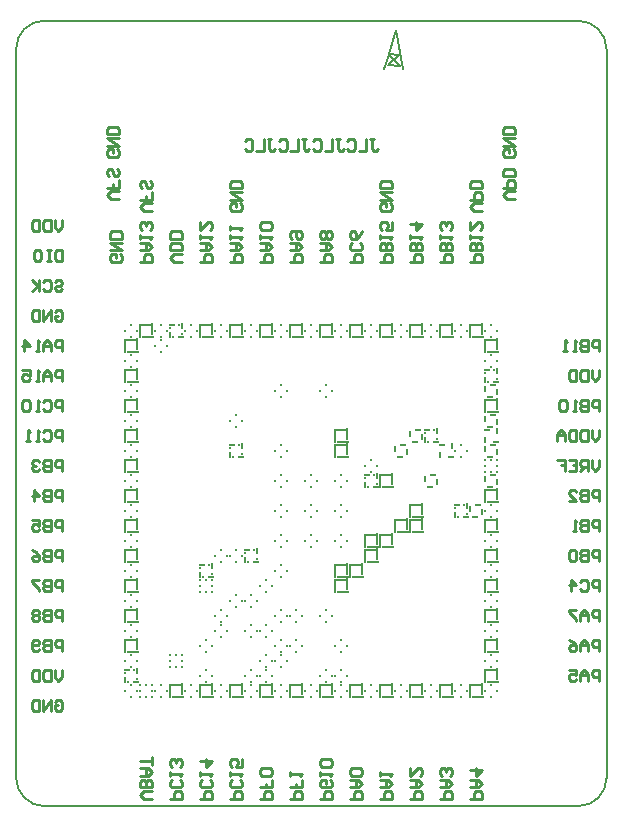
<source format=gbo>
G04*
G04 #@! TF.GenerationSoftware,Altium Limited,Altium Designer,23.3.1 (30)*
G04*
G04 Layer_Color=32896*
%FSLAX25Y25*%
%MOIN*%
G70*
G04*
G04 #@! TF.SameCoordinates,D048E5A0-3BFD-467D-8461-715AC76033F9*
G04*
G04*
G04 #@! TF.FilePolarity,Positive*
G04*
G01*
G75*
%ADD12C,0.00787*%
%ADD15C,0.00800*%
%ADD20C,0.01000*%
%ADD124R,0.01000X0.01000*%
%ADD125R,0.02000X0.01000*%
%ADD126R,0.01000X0.02000*%
%ADD127R,0.04000X0.01000*%
%ADD128R,0.01000X0.04000*%
D12*
X188976Y1575D02*
G03*
X198425Y11024I0J9449D01*
G01*
Y253937D02*
G03*
X188976Y263386I-9449J0D01*
G01*
X11024D02*
G03*
X1575Y253937I0J-9449D01*
G01*
Y11024D02*
G03*
X11024Y1575I9449J0D01*
G01*
X1575Y11024D02*
Y253937D01*
X11024Y263386D02*
X188976D01*
X198425Y11024D02*
Y253937D01*
X11024Y1575D02*
X188976D01*
D15*
X125800Y252400D02*
X128100Y260400D01*
X125800Y252400D02*
X129100Y252100D01*
X126000Y251800D02*
X129500Y248200D01*
X124100Y247400D02*
X126000Y251800D01*
X125500Y248500D02*
X129100Y252100D01*
X125500Y248500D02*
X129500Y248200D01*
X128100Y260400D02*
X130600Y247400D01*
D20*
X17000Y83201D02*
Y87000D01*
X15101D01*
X14468Y86367D01*
Y85101D01*
X15101Y84468D01*
X17000D01*
X13201Y87000D02*
Y83201D01*
X11302D01*
X10669Y83834D01*
Y84468D01*
X11302Y85101D01*
X13201D01*
X11302D01*
X10669Y85734D01*
Y86367D01*
X11302Y87000D01*
X13201D01*
X6870D02*
X8136Y86367D01*
X9403Y85101D01*
Y83834D01*
X8769Y83201D01*
X7503D01*
X6870Y83834D01*
Y84468D01*
X7503Y85101D01*
X9403D01*
X119627Y223799D02*
X120893D01*
X120260D01*
Y220633D01*
X120893Y220000D01*
X121526D01*
X122160Y220633D01*
X118361Y223799D02*
Y220000D01*
X115828D01*
X112029Y223166D02*
X112663Y223799D01*
X113929D01*
X114562Y223166D01*
Y220633D01*
X113929Y220000D01*
X112663D01*
X112029Y220633D01*
X108231Y223799D02*
X109497D01*
X108864D01*
Y220633D01*
X109497Y220000D01*
X110130D01*
X110763Y220633D01*
X106964Y223799D02*
Y220000D01*
X104432D01*
X100633Y223166D02*
X101266Y223799D01*
X102532D01*
X103166Y223166D01*
Y220633D01*
X102532Y220000D01*
X101266D01*
X100633Y220633D01*
X96834Y223799D02*
X98101D01*
X97467D01*
Y220633D01*
X98101Y220000D01*
X98734D01*
X99367Y220633D01*
X95568Y223799D02*
Y220000D01*
X93036D01*
X89237Y223166D02*
X89870Y223799D01*
X91136D01*
X91769Y223166D01*
Y220633D01*
X91136Y220000D01*
X89870D01*
X89237Y220633D01*
X85438Y223799D02*
X86704D01*
X86071D01*
Y220633D01*
X86704Y220000D01*
X87337D01*
X87971Y220633D01*
X84172Y223799D02*
Y220000D01*
X81639D01*
X77841Y223166D02*
X78474Y223799D01*
X79740D01*
X80373Y223166D01*
Y220633D01*
X79740Y220000D01*
X78474D01*
X77841Y220633D01*
X17000Y143201D02*
Y147000D01*
X15101D01*
X14468Y146367D01*
Y145101D01*
X15101Y144467D01*
X17000D01*
X13201Y143201D02*
Y145734D01*
X11935Y147000D01*
X10669Y145734D01*
Y143201D01*
Y145101D01*
X13201D01*
X9403Y143201D02*
X8136D01*
X8769D01*
Y147000D01*
X9403Y146367D01*
X3704Y147000D02*
X6237D01*
Y145101D01*
X4971Y145734D01*
X4337D01*
X3704Y145101D01*
Y143834D01*
X4337Y143201D01*
X5604D01*
X6237Y143834D01*
X126166Y202467D02*
X126799Y201834D01*
Y200568D01*
X126166Y199935D01*
X123633D01*
X123000Y200568D01*
Y201834D01*
X123633Y202467D01*
X124899D01*
Y201201D01*
X123000Y203734D02*
X126799D01*
X123000Y206266D01*
X126799D01*
Y207533D02*
X123000D01*
Y209432D01*
X123633Y210065D01*
X126166D01*
X126799Y209432D01*
Y207533D01*
X73000Y183000D02*
X76799D01*
Y184899D01*
X76166Y185532D01*
X74899D01*
X74266Y184899D01*
Y183000D01*
X73000Y186799D02*
X75533D01*
X76799Y188065D01*
X75533Y189331D01*
X73000D01*
X74899D01*
Y186799D01*
X73000Y190597D02*
Y191864D01*
Y191231D01*
X76799D01*
X76166Y190597D01*
X73000Y193763D02*
Y195029D01*
Y194396D01*
X76799D01*
X76166Y193763D01*
X196000Y153201D02*
Y157000D01*
X194101D01*
X193467Y156367D01*
Y155101D01*
X194101Y154467D01*
X196000D01*
X192201Y157000D02*
Y153201D01*
X190302D01*
X189669Y153834D01*
Y154467D01*
X190302Y155101D01*
X192201D01*
X190302D01*
X189669Y155734D01*
Y156367D01*
X190302Y157000D01*
X192201D01*
X188402Y153201D02*
X187136D01*
X187769D01*
Y157000D01*
X188402Y156367D01*
X185237Y153201D02*
X183971D01*
X184604D01*
Y157000D01*
X185237Y156367D01*
X153000Y183000D02*
X156799D01*
Y184899D01*
X156166Y185532D01*
X154899D01*
X154266Y184899D01*
Y183000D01*
X156799Y186799D02*
X153000D01*
Y188698D01*
X153633Y189331D01*
X154266D01*
X154899Y188698D01*
Y186799D01*
Y188698D01*
X155533Y189331D01*
X156166D01*
X156799Y188698D01*
Y186799D01*
X153000Y190598D02*
Y191864D01*
Y191231D01*
X156799D01*
X156166Y190598D01*
X153000Y196296D02*
Y193763D01*
X155533Y196296D01*
X156166D01*
X156799Y195663D01*
Y194396D01*
X156166Y193763D01*
X123016Y4000D02*
X126815D01*
Y5899D01*
X126182Y6532D01*
X124915D01*
X124282Y5899D01*
Y4000D01*
X123016Y7799D02*
X125549D01*
X126815Y9065D01*
X125549Y10331D01*
X123016D01*
X124915D01*
Y7799D01*
X123016Y11597D02*
Y12864D01*
Y12231D01*
X126815D01*
X126182Y11597D01*
X73016Y4000D02*
X76815D01*
Y5899D01*
X76182Y6532D01*
X74915D01*
X74282Y5899D01*
Y4000D01*
X76182Y10331D02*
X76815Y9698D01*
Y8432D01*
X76182Y7799D01*
X73649D01*
X73016Y8432D01*
Y9698D01*
X73649Y10331D01*
X73016Y11597D02*
Y12864D01*
Y12231D01*
X76815D01*
X76182Y11597D01*
X76815Y17296D02*
Y14763D01*
X74915D01*
X75548Y16029D01*
Y16663D01*
X74915Y17296D01*
X73649D01*
X73016Y16663D01*
Y15396D01*
X73649Y14763D01*
X153000Y4000D02*
X156799D01*
Y5899D01*
X156166Y6532D01*
X154899D01*
X154266Y5899D01*
Y4000D01*
X153000Y7799D02*
X155533D01*
X156799Y9065D01*
X155533Y10331D01*
X153000D01*
X154899D01*
Y7799D01*
X153000Y13497D02*
X156799D01*
X154899Y11597D01*
Y14130D01*
X103000Y183000D02*
X106799D01*
Y184899D01*
X106166Y185532D01*
X104899D01*
X104266Y184899D01*
Y183000D01*
X103000Y186799D02*
X105533D01*
X106799Y188065D01*
X105533Y189331D01*
X103000D01*
X104899D01*
Y186799D01*
X106166Y190598D02*
X106799Y191231D01*
Y192497D01*
X106166Y193130D01*
X105533D01*
X104899Y192497D01*
X104266Y193130D01*
X103633D01*
X103000Y192497D01*
Y191231D01*
X103633Y190598D01*
X104266D01*
X104899Y191231D01*
X105533Y190598D01*
X106166D01*
X104899Y191231D02*
Y192497D01*
X103016Y4000D02*
X106815D01*
Y5899D01*
X106182Y6532D01*
X104915D01*
X104282Y5899D01*
Y4000D01*
X106182Y10331D02*
X106815Y9698D01*
Y8432D01*
X106182Y7799D01*
X103649D01*
X103016Y8432D01*
Y9698D01*
X103649Y10331D01*
X104915D01*
Y9065D01*
X103016Y11597D02*
Y12864D01*
Y12231D01*
X106815D01*
X106182Y11597D01*
Y14763D02*
X106815Y15396D01*
Y16663D01*
X106182Y17296D01*
X103649D01*
X103016Y16663D01*
Y15396D01*
X103649Y14763D01*
X106182D01*
X143000Y183000D02*
X146799D01*
Y184899D01*
X146166Y185532D01*
X144899D01*
X144266Y184899D01*
Y183000D01*
X146799Y186799D02*
X143000D01*
Y188698D01*
X143633Y189331D01*
X144266D01*
X144899Y188698D01*
Y186799D01*
Y188698D01*
X145533Y189331D01*
X146166D01*
X146799Y188698D01*
Y186799D01*
X143000Y190598D02*
Y191864D01*
Y191231D01*
X146799D01*
X146166Y190598D01*
Y193763D02*
X146799Y194396D01*
Y195663D01*
X146166Y196296D01*
X145533D01*
X144899Y195663D01*
Y195029D01*
Y195663D01*
X144266Y196296D01*
X143633D01*
X143000Y195663D01*
Y194396D01*
X143633Y193763D01*
X196000Y147000D02*
Y144467D01*
X194734Y143201D01*
X193467Y144467D01*
Y147000D01*
X192201D02*
Y143201D01*
X190302D01*
X189669Y143834D01*
Y146367D01*
X190302Y147000D01*
X192201D01*
X188402D02*
Y143201D01*
X186503D01*
X185870Y143834D01*
Y146367D01*
X186503Y147000D01*
X188402D01*
X17000Y93201D02*
Y97000D01*
X15101D01*
X14468Y96367D01*
Y95101D01*
X15101Y94468D01*
X17000D01*
X13201Y97000D02*
Y93201D01*
X11302D01*
X10669Y93834D01*
Y94468D01*
X11302Y95101D01*
X13201D01*
X11302D01*
X10669Y95734D01*
Y96367D01*
X11302Y97000D01*
X13201D01*
X6870D02*
X9403D01*
Y95101D01*
X8136Y95734D01*
X7503D01*
X6870Y95101D01*
Y93834D01*
X7503Y93201D01*
X8769D01*
X9403Y93834D01*
X56815Y183000D02*
X54282D01*
X53016Y184266D01*
X54282Y185532D01*
X56815D01*
Y186799D02*
X53016D01*
Y188698D01*
X53649Y189331D01*
X56182D01*
X56815Y188698D01*
Y186799D01*
Y190598D02*
X53016D01*
Y192497D01*
X53649Y193130D01*
X56182D01*
X56815Y192497D01*
Y190598D01*
X63016Y4000D02*
X66815D01*
Y5899D01*
X66182Y6532D01*
X64915D01*
X64282Y5899D01*
Y4000D01*
X66182Y10331D02*
X66815Y9698D01*
Y8432D01*
X66182Y7799D01*
X63649D01*
X63016Y8432D01*
Y9698D01*
X63649Y10331D01*
X63016Y11597D02*
Y12864D01*
Y12231D01*
X66815D01*
X66182Y11597D01*
X63016Y16663D02*
X66815D01*
X64915Y14763D01*
Y17296D01*
X133000Y183000D02*
X136799D01*
Y184899D01*
X136166Y185532D01*
X134899D01*
X134266Y184899D01*
Y183000D01*
X136799Y186799D02*
X133000D01*
Y188698D01*
X133633Y189331D01*
X134266D01*
X134899Y188698D01*
Y186799D01*
Y188698D01*
X135532Y189331D01*
X136166D01*
X136799Y188698D01*
Y186799D01*
X133000Y190598D02*
Y191864D01*
Y191231D01*
X136799D01*
X136166Y190598D01*
X133000Y195663D02*
X136799D01*
X134899Y193763D01*
Y196296D01*
X17000Y73201D02*
Y77000D01*
X15101D01*
X14468Y76367D01*
Y75101D01*
X15101Y74467D01*
X17000D01*
X13201Y77000D02*
Y73201D01*
X11302D01*
X10669Y73834D01*
Y74467D01*
X11302Y75101D01*
X13201D01*
X11302D01*
X10669Y75734D01*
Y76367D01*
X11302Y77000D01*
X13201D01*
X9403D02*
X6870D01*
Y76367D01*
X9403Y73834D01*
Y73201D01*
X196000Y53217D02*
Y57016D01*
X194101D01*
X193467Y56383D01*
Y55117D01*
X194101Y54483D01*
X196000D01*
X192201Y53217D02*
Y55750D01*
X190935Y57016D01*
X189669Y55750D01*
Y53217D01*
Y55117D01*
X192201D01*
X185870Y57016D02*
X187136Y56383D01*
X188402Y55117D01*
Y53850D01*
X187769Y53217D01*
X186503D01*
X185870Y53850D01*
Y54483D01*
X186503Y55117D01*
X188402D01*
X17000Y113201D02*
Y117000D01*
X15101D01*
X14468Y116367D01*
Y115101D01*
X15101Y114468D01*
X17000D01*
X13201Y117000D02*
Y113201D01*
X11302D01*
X10669Y113834D01*
Y114468D01*
X11302Y115101D01*
X13201D01*
X11302D01*
X10669Y115734D01*
Y116367D01*
X11302Y117000D01*
X13201D01*
X9403Y116367D02*
X8769Y117000D01*
X7503D01*
X6870Y116367D01*
Y115734D01*
X7503Y115101D01*
X8136D01*
X7503D01*
X6870Y114468D01*
Y113834D01*
X7503Y113201D01*
X8769D01*
X9403Y113834D01*
X43016Y183000D02*
X46815D01*
Y184899D01*
X46182Y185532D01*
X44915D01*
X44282Y184899D01*
Y183000D01*
X43016Y186799D02*
X45548D01*
X46815Y188065D01*
X45548Y189331D01*
X43016D01*
X44915D01*
Y186799D01*
X43016Y190598D02*
Y191864D01*
Y191231D01*
X46815D01*
X46182Y190598D01*
Y193763D02*
X46815Y194396D01*
Y195663D01*
X46182Y196296D01*
X45548D01*
X44915Y195663D01*
Y195029D01*
Y195663D01*
X44282Y196296D01*
X43649D01*
X43016Y195663D01*
Y194396D01*
X43649Y193763D01*
X35166Y220467D02*
X35799Y219834D01*
Y218568D01*
X35166Y217935D01*
X32633D01*
X32000Y218568D01*
Y219834D01*
X32633Y220467D01*
X33899D01*
Y219201D01*
X32000Y221734D02*
X35799D01*
X32000Y224266D01*
X35799D01*
Y225533D02*
X32000D01*
Y227432D01*
X32633Y228065D01*
X35166D01*
X35799Y227432D01*
Y225533D01*
X133000Y4000D02*
X136799D01*
Y5899D01*
X136166Y6532D01*
X134899D01*
X134266Y5899D01*
Y4000D01*
X133000Y7799D02*
X135532D01*
X136799Y9065D01*
X135532Y10331D01*
X133000D01*
X134899D01*
Y7799D01*
X133000Y14130D02*
Y11597D01*
X135532Y14130D01*
X136166D01*
X136799Y13497D01*
Y12231D01*
X136166Y11597D01*
X14468Y176367D02*
X15101Y177000D01*
X16367D01*
X17000Y176367D01*
Y175734D01*
X16367Y175101D01*
X15101D01*
X14468Y174468D01*
Y173834D01*
X15101Y173201D01*
X16367D01*
X17000Y173834D01*
X10669Y176367D02*
X11302Y177000D01*
X12568D01*
X13201Y176367D01*
Y173834D01*
X12568Y173201D01*
X11302D01*
X10669Y173834D01*
X9403Y177000D02*
Y173201D01*
Y174468D01*
X6870Y177000D01*
X8769Y175101D01*
X6870Y173201D01*
X196000Y63217D02*
Y67016D01*
X194101D01*
X193467Y66383D01*
Y65117D01*
X194101Y64483D01*
X196000D01*
X192201Y63217D02*
Y65750D01*
X190935Y67016D01*
X189669Y65750D01*
Y63217D01*
Y65117D01*
X192201D01*
X188402Y67016D02*
X185870D01*
Y66383D01*
X188402Y63850D01*
Y63217D01*
X17000Y133201D02*
Y137000D01*
X15101D01*
X14468Y136367D01*
Y135101D01*
X15101Y134467D01*
X17000D01*
X10669Y136367D02*
X11302Y137000D01*
X12568D01*
X13201Y136367D01*
Y133834D01*
X12568Y133201D01*
X11302D01*
X10669Y133834D01*
X9403Y133201D02*
X8136D01*
X8769D01*
Y137000D01*
X9403Y136367D01*
X6237D02*
X5604Y137000D01*
X4337D01*
X3704Y136367D01*
Y133834D01*
X4337Y133201D01*
X5604D01*
X6237Y133834D01*
Y136367D01*
X53016Y4000D02*
X56815D01*
Y5899D01*
X56182Y6532D01*
X54915D01*
X54282Y5899D01*
Y4000D01*
X56182Y10331D02*
X56815Y9698D01*
Y8432D01*
X56182Y7799D01*
X53649D01*
X53016Y8432D01*
Y9698D01*
X53649Y10331D01*
X53016Y11597D02*
Y12864D01*
Y12231D01*
X56815D01*
X56182Y11597D01*
Y14763D02*
X56815Y15396D01*
Y16663D01*
X56182Y17296D01*
X55549D01*
X54915Y16663D01*
Y16029D01*
Y16663D01*
X54282Y17296D01*
X53649D01*
X53016Y16663D01*
Y15396D01*
X53649Y14763D01*
X35799Y203935D02*
X33266D01*
X32000Y205201D01*
X33266Y206468D01*
X35799D01*
Y210266D02*
Y207734D01*
X33899D01*
Y209000D01*
Y207734D01*
X32000D01*
X35166Y214065D02*
X35799Y213432D01*
Y212166D01*
X35166Y211532D01*
X34532D01*
X33899Y212166D01*
Y213432D01*
X33266Y214065D01*
X32633D01*
X32000Y213432D01*
Y212166D01*
X32633Y211532D01*
X14468Y166367D02*
X15101Y167000D01*
X16367D01*
X17000Y166367D01*
Y163834D01*
X16367Y163201D01*
X15101D01*
X14468Y163834D01*
Y165101D01*
X15734D01*
X13201Y163201D02*
Y167000D01*
X10669Y163201D01*
Y167000D01*
X9403D02*
Y163201D01*
X7503D01*
X6870Y163834D01*
Y166367D01*
X7503Y167000D01*
X9403D01*
X17000Y187000D02*
Y183201D01*
X15101D01*
X14468Y183834D01*
Y186367D01*
X15101Y187000D01*
X17000D01*
X13201D02*
X11935D01*
X12568D01*
Y183201D01*
X13201D01*
X11935D01*
X8136Y187000D02*
X9403D01*
X10036Y186367D01*
Y183834D01*
X9403Y183201D01*
X8136D01*
X7503Y183834D01*
Y186367D01*
X8136Y187000D01*
X17000Y153201D02*
Y157000D01*
X15101D01*
X14468Y156367D01*
Y155101D01*
X15101Y154467D01*
X17000D01*
X13201Y153201D02*
Y155734D01*
X11935Y157000D01*
X10669Y155734D01*
Y153201D01*
Y155101D01*
X13201D01*
X9403Y153201D02*
X8136D01*
X8769D01*
Y157000D01*
X9403Y156367D01*
X4337Y153201D02*
Y157000D01*
X6237Y155101D01*
X3704D01*
X196000Y83217D02*
Y87016D01*
X194101D01*
X193467Y86383D01*
Y85117D01*
X194101Y84483D01*
X196000D01*
X192201Y87016D02*
Y83217D01*
X190302D01*
X189669Y83850D01*
Y84483D01*
X190302Y85117D01*
X192201D01*
X190302D01*
X189669Y85750D01*
Y86383D01*
X190302Y87016D01*
X192201D01*
X188402Y86383D02*
X187769Y87016D01*
X186503D01*
X185870Y86383D01*
Y83850D01*
X186503Y83217D01*
X187769D01*
X188402Y83850D01*
Y86383D01*
X63016Y183000D02*
X66815D01*
Y184899D01*
X66182Y185532D01*
X64915D01*
X64282Y184899D01*
Y183000D01*
X63016Y186799D02*
X65548D01*
X66815Y188065D01*
X65548Y189331D01*
X63016D01*
X64915D01*
Y186799D01*
X63016Y190598D02*
Y191864D01*
Y191231D01*
X66815D01*
X66182Y190598D01*
X63016Y196296D02*
Y193763D01*
X65548Y196296D01*
X66182D01*
X66815Y195663D01*
Y194396D01*
X66182Y193763D01*
X196000Y127016D02*
Y124484D01*
X194734Y123217D01*
X193467Y124484D01*
Y127016D01*
X192201D02*
Y123217D01*
X190302D01*
X189669Y123850D01*
Y126383D01*
X190302Y127016D01*
X192201D01*
X188402D02*
Y123217D01*
X186503D01*
X185870Y123850D01*
Y126383D01*
X186503Y127016D01*
X188402D01*
X184604Y123217D02*
Y125750D01*
X183337Y127016D01*
X182071Y125750D01*
Y123217D01*
Y125117D01*
X184604D01*
X167799Y203935D02*
X165266D01*
X164000Y205201D01*
X165266Y206468D01*
X167799D01*
X164000Y207734D02*
X167799D01*
Y209633D01*
X167166Y210266D01*
X165899D01*
X165266Y209633D01*
Y207734D01*
X167799Y211532D02*
X164000D01*
Y213432D01*
X164633Y214065D01*
X167166D01*
X167799Y213432D01*
Y211532D01*
X156799Y199935D02*
X154266D01*
X153000Y201201D01*
X154266Y202467D01*
X156799D01*
X153000Y203734D02*
X156799D01*
Y205633D01*
X156166Y206266D01*
X154899D01*
X154266Y205633D01*
Y203734D01*
X156799Y207533D02*
X153000D01*
Y209432D01*
X153633Y210065D01*
X156166D01*
X156799Y209432D01*
Y207533D01*
X113000Y183000D02*
X116799D01*
Y184899D01*
X116166Y185532D01*
X114899D01*
X114266Y184899D01*
Y183000D01*
X116166Y189331D02*
X116799Y188698D01*
Y187432D01*
X116166Y186799D01*
X113633D01*
X113000Y187432D01*
Y188698D01*
X113633Y189331D01*
X116799Y193130D02*
X116166Y191864D01*
X114899Y190598D01*
X113633D01*
X113000Y191231D01*
Y192497D01*
X113633Y193130D01*
X114266D01*
X114899Y192497D01*
Y190598D01*
X17000Y47016D02*
Y44484D01*
X15734Y43217D01*
X14468Y44484D01*
Y47016D01*
X13201D02*
Y43217D01*
X11302D01*
X10669Y43850D01*
Y46383D01*
X11302Y47016D01*
X13201D01*
X9403D02*
Y43217D01*
X7503D01*
X6870Y43850D01*
Y46383D01*
X7503Y47016D01*
X9403D01*
X93000Y183000D02*
X96799D01*
Y184899D01*
X96166Y185532D01*
X94899D01*
X94266Y184899D01*
Y183000D01*
X93000Y186799D02*
X95533D01*
X96799Y188065D01*
X95533Y189331D01*
X93000D01*
X94899D01*
Y186799D01*
X93633Y190598D02*
X93000Y191231D01*
Y192497D01*
X93633Y193130D01*
X96166D01*
X96799Y192497D01*
Y191231D01*
X96166Y190598D01*
X95533D01*
X94899Y191231D01*
Y193130D01*
X196000Y43217D02*
Y47016D01*
X194101D01*
X193467Y46383D01*
Y45117D01*
X194101Y44484D01*
X196000D01*
X192201Y43217D02*
Y45750D01*
X190935Y47016D01*
X189669Y45750D01*
Y43217D01*
Y45117D01*
X192201D01*
X185870Y47016D02*
X188402D01*
Y45117D01*
X187136Y45750D01*
X186503D01*
X185870Y45117D01*
Y43850D01*
X186503Y43217D01*
X187769D01*
X188402Y43850D01*
X196000Y73217D02*
Y77016D01*
X194101D01*
X193467Y76383D01*
Y75117D01*
X194101Y74484D01*
X196000D01*
X189669Y76383D02*
X190302Y77016D01*
X191568D01*
X192201Y76383D01*
Y73850D01*
X191568Y73217D01*
X190302D01*
X189669Y73850D01*
X186503Y73217D02*
Y77016D01*
X188402Y75117D01*
X185870D01*
X17000Y63217D02*
Y67016D01*
X15101D01*
X14468Y66383D01*
Y65117D01*
X15101Y64483D01*
X17000D01*
X13201Y67016D02*
Y63217D01*
X11302D01*
X10669Y63850D01*
Y64483D01*
X11302Y65117D01*
X13201D01*
X11302D01*
X10669Y65750D01*
Y66383D01*
X11302Y67016D01*
X13201D01*
X9403Y66383D02*
X8769Y67016D01*
X7503D01*
X6870Y66383D01*
Y65750D01*
X7503Y65117D01*
X6870Y64483D01*
Y63850D01*
X7503Y63217D01*
X8769D01*
X9403Y63850D01*
Y64483D01*
X8769Y65117D01*
X9403Y65750D01*
Y66383D01*
X8769Y65117D02*
X7503D01*
X46799Y199935D02*
X44266D01*
X43000Y201201D01*
X44266Y202467D01*
X46799D01*
Y206266D02*
Y203734D01*
X44899D01*
Y205000D01*
Y203734D01*
X43000D01*
X46166Y210065D02*
X46799Y209432D01*
Y208166D01*
X46166Y207533D01*
X45533D01*
X44899Y208166D01*
Y209432D01*
X44266Y210065D01*
X43633D01*
X43000Y209432D01*
Y208166D01*
X43633Y207533D01*
X167166Y220467D02*
X167799Y219834D01*
Y218568D01*
X167166Y217935D01*
X164633D01*
X164000Y218568D01*
Y219834D01*
X164633Y220467D01*
X165899D01*
Y219201D01*
X164000Y221734D02*
X167799D01*
X164000Y224266D01*
X167799D01*
Y225533D02*
X164000D01*
Y227432D01*
X164633Y228065D01*
X167166D01*
X167799Y227432D01*
Y225533D01*
X196000Y133201D02*
Y137000D01*
X194101D01*
X193467Y136367D01*
Y135101D01*
X194101Y134467D01*
X196000D01*
X192201Y137000D02*
Y133201D01*
X190302D01*
X189669Y133834D01*
Y134467D01*
X190302Y135101D01*
X192201D01*
X190302D01*
X189669Y135734D01*
Y136367D01*
X190302Y137000D01*
X192201D01*
X188402Y133201D02*
X187136D01*
X187769D01*
Y137000D01*
X188402Y136367D01*
X185237D02*
X184604Y137000D01*
X183337D01*
X182704Y136367D01*
Y133834D01*
X183337Y133201D01*
X184604D01*
X185237Y133834D01*
Y136367D01*
X196000Y117016D02*
Y114483D01*
X194734Y113217D01*
X193467Y114483D01*
Y117016D01*
X192201Y113217D02*
Y117016D01*
X190302D01*
X189669Y116383D01*
Y115117D01*
X190302Y114483D01*
X192201D01*
X190935D02*
X189669Y113217D01*
X185870Y117016D02*
X188402D01*
Y113217D01*
X185870D01*
X188402Y115117D02*
X187136D01*
X182071Y117016D02*
X184604D01*
Y115117D01*
X183337D01*
X184604D01*
Y113217D01*
X123000Y183000D02*
X126799D01*
Y184899D01*
X126166Y185532D01*
X124899D01*
X124266Y184899D01*
Y183000D01*
X126799Y186799D02*
X123000D01*
Y188698D01*
X123633Y189331D01*
X124266D01*
X124899Y188698D01*
Y186799D01*
Y188698D01*
X125532Y189331D01*
X126166D01*
X126799Y188698D01*
Y186799D01*
X123000Y190598D02*
Y191864D01*
Y191231D01*
X126799D01*
X126166Y190598D01*
X126799Y196296D02*
Y193763D01*
X124899D01*
X125532Y195029D01*
Y195663D01*
X124899Y196296D01*
X123633D01*
X123000Y195663D01*
Y194396D01*
X123633Y193763D01*
X196000Y93217D02*
Y97016D01*
X194101D01*
X193467Y96383D01*
Y95117D01*
X194101Y94484D01*
X196000D01*
X192201Y97016D02*
Y93217D01*
X190302D01*
X189669Y93850D01*
Y94484D01*
X190302Y95117D01*
X192201D01*
X190302D01*
X189669Y95750D01*
Y96383D01*
X190302Y97016D01*
X192201D01*
X188402Y93217D02*
X187136D01*
X187769D01*
Y97016D01*
X188402Y96383D01*
X17000Y123201D02*
Y127000D01*
X15101D01*
X14468Y126367D01*
Y125101D01*
X15101Y124468D01*
X17000D01*
X10669Y126367D02*
X11302Y127000D01*
X12568D01*
X13201Y126367D01*
Y123834D01*
X12568Y123201D01*
X11302D01*
X10669Y123834D01*
X9403Y123201D02*
X8136D01*
X8769D01*
Y127000D01*
X9403Y126367D01*
X6237Y123201D02*
X4971D01*
X5604D01*
Y127000D01*
X6237Y126367D01*
X93016Y4000D02*
X96815D01*
Y5899D01*
X96182Y6532D01*
X94915D01*
X94282Y5899D01*
Y4000D01*
X96815Y10331D02*
Y7799D01*
X94915D01*
Y9065D01*
Y7799D01*
X93016D01*
Y11597D02*
Y12864D01*
Y12231D01*
X96815D01*
X96182Y11597D01*
X46815Y4000D02*
X44282D01*
X43016Y5266D01*
X44282Y6532D01*
X46815D01*
Y7799D02*
X43016D01*
Y9698D01*
X43649Y10331D01*
X44282D01*
X44915Y9698D01*
Y7799D01*
Y9698D01*
X45548Y10331D01*
X46182D01*
X46815Y9698D01*
Y7799D01*
X43016Y11597D02*
X45548D01*
X46815Y12864D01*
X45548Y14130D01*
X43016D01*
X44915D01*
Y11597D01*
X46815Y15396D02*
Y17929D01*
Y16663D01*
X43016D01*
X113016Y4000D02*
X116815D01*
Y5899D01*
X116182Y6532D01*
X114915D01*
X114282Y5899D01*
Y4000D01*
X113016Y7799D02*
X115549D01*
X116815Y9065D01*
X115549Y10331D01*
X113016D01*
X114915D01*
Y7799D01*
X116182Y11597D02*
X116815Y12231D01*
Y13497D01*
X116182Y14130D01*
X113649D01*
X113016Y13497D01*
Y12231D01*
X113649Y11597D01*
X116182D01*
X143000Y4000D02*
X146799D01*
Y5899D01*
X146166Y6532D01*
X144899D01*
X144266Y5899D01*
Y4000D01*
X143000Y7799D02*
X145533D01*
X146799Y9065D01*
X145533Y10331D01*
X143000D01*
X144899D01*
Y7799D01*
X146166Y11597D02*
X146799Y12231D01*
Y13497D01*
X146166Y14130D01*
X145533D01*
X144899Y13497D01*
Y12864D01*
Y13497D01*
X144266Y14130D01*
X143633D01*
X143000Y13497D01*
Y12231D01*
X143633Y11597D01*
X17000Y103201D02*
Y107000D01*
X15101D01*
X14468Y106367D01*
Y105101D01*
X15101Y104467D01*
X17000D01*
X13201Y107000D02*
Y103201D01*
X11302D01*
X10669Y103834D01*
Y104467D01*
X11302Y105101D01*
X13201D01*
X11302D01*
X10669Y105734D01*
Y106367D01*
X11302Y107000D01*
X13201D01*
X7503Y103201D02*
Y107000D01*
X9403Y105101D01*
X6870D01*
X196000Y103217D02*
Y107016D01*
X194101D01*
X193467Y106383D01*
Y105117D01*
X194101Y104483D01*
X196000D01*
X192201Y107016D02*
Y103217D01*
X190302D01*
X189669Y103850D01*
Y104483D01*
X190302Y105117D01*
X192201D01*
X190302D01*
X189669Y105750D01*
Y106383D01*
X190302Y107016D01*
X192201D01*
X185870Y103217D02*
X188402D01*
X185870Y105750D01*
Y106383D01*
X186503Y107016D01*
X187769D01*
X188402Y106383D01*
X17000Y197000D02*
Y194467D01*
X15734Y193201D01*
X14468Y194467D01*
Y197000D01*
X13201D02*
Y193201D01*
X11302D01*
X10669Y193834D01*
Y196367D01*
X11302Y197000D01*
X13201D01*
X9403D02*
Y193201D01*
X7503D01*
X6870Y193834D01*
Y196367D01*
X7503Y197000D01*
X9403D01*
X83000Y183000D02*
X86799D01*
Y184899D01*
X86166Y185532D01*
X84899D01*
X84266Y184899D01*
Y183000D01*
X83000Y186799D02*
X85532D01*
X86799Y188065D01*
X85532Y189331D01*
X83000D01*
X84899D01*
Y186799D01*
X83000Y190598D02*
Y191864D01*
Y191231D01*
X86799D01*
X86166Y190598D01*
Y193763D02*
X86799Y194396D01*
Y195663D01*
X86166Y196296D01*
X83633D01*
X83000Y195663D01*
Y194396D01*
X83633Y193763D01*
X86166D01*
X17000Y53217D02*
Y57016D01*
X15101D01*
X14468Y56383D01*
Y55117D01*
X15101Y54483D01*
X17000D01*
X13201Y57016D02*
Y53217D01*
X11302D01*
X10669Y53850D01*
Y54483D01*
X11302Y55117D01*
X13201D01*
X11302D01*
X10669Y55750D01*
Y56383D01*
X11302Y57016D01*
X13201D01*
X9403Y53850D02*
X8769Y53217D01*
X7503D01*
X6870Y53850D01*
Y56383D01*
X7503Y57016D01*
X8769D01*
X9403Y56383D01*
Y55750D01*
X8769Y55117D01*
X6870D01*
X36166Y185532D02*
X36799Y184899D01*
Y183633D01*
X36166Y183000D01*
X33633D01*
X33000Y183633D01*
Y184899D01*
X33633Y185532D01*
X34899D01*
Y184266D01*
X33000Y186799D02*
X36799D01*
X33000Y189331D01*
X36799D01*
Y190597D02*
X33000D01*
Y192497D01*
X33633Y193130D01*
X36166D01*
X36799Y192497D01*
Y190597D01*
X83016Y4000D02*
X86815D01*
Y5899D01*
X86182Y6532D01*
X84915D01*
X84282Y5899D01*
Y4000D01*
X86815Y10331D02*
Y7799D01*
X84915D01*
Y9065D01*
Y7799D01*
X83016D01*
X86182Y11597D02*
X86815Y12231D01*
Y13497D01*
X86182Y14130D01*
X83649D01*
X83016Y13497D01*
Y12231D01*
X83649Y11597D01*
X86182D01*
X76166Y202467D02*
X76799Y201834D01*
Y200568D01*
X76166Y199935D01*
X73633D01*
X73000Y200568D01*
Y201834D01*
X73633Y202467D01*
X74899D01*
Y201201D01*
X73000Y203734D02*
X76799D01*
X73000Y206266D01*
X76799D01*
Y207533D02*
X73000D01*
Y209432D01*
X73633Y210065D01*
X76166D01*
X76799Y209432D01*
Y207533D01*
X14468Y36383D02*
X15101Y37016D01*
X16367D01*
X17000Y36383D01*
Y33850D01*
X16367Y33217D01*
X15101D01*
X14468Y33850D01*
Y35117D01*
X15734D01*
X13201Y33217D02*
Y37016D01*
X10669Y33217D01*
Y37016D01*
X9403D02*
Y33217D01*
X7503D01*
X6870Y33850D01*
Y36383D01*
X7503Y37016D01*
X9403D01*
D124*
X85000Y58000D02*
D03*
X87000Y60000D02*
D03*
X83000D02*
D03*
X85000Y62000D02*
D03*
X80000Y58000D02*
D03*
X82000Y60000D02*
D03*
X78000D02*
D03*
X80000Y62000D02*
D03*
X57000Y50000D02*
D03*
Y48000D02*
D03*
X55000D02*
D03*
X53000D02*
D03*
Y50000D02*
D03*
X57000Y52000D02*
D03*
X53000D02*
D03*
X55000D02*
D03*
X67000Y75000D02*
D03*
Y73000D02*
D03*
X65000D02*
D03*
X63000D02*
D03*
Y75000D02*
D03*
X67000Y77000D02*
D03*
X63000D02*
D03*
X65000D02*
D03*
X45000Y42000D02*
D03*
X43000D02*
D03*
X47000D02*
D03*
X43000Y40000D02*
D03*
Y38000D02*
D03*
X45000D02*
D03*
X47000D02*
D03*
Y40000D02*
D03*
X160000Y117000D02*
D03*
X158000D02*
D03*
X162000D02*
D03*
X158000Y115000D02*
D03*
Y113000D02*
D03*
X160000D02*
D03*
X162000D02*
D03*
Y115000D02*
D03*
X42000Y44000D02*
D03*
X38000Y46000D02*
D03*
X41000Y47000D02*
D03*
X39000Y43000D02*
D03*
X57000Y159000D02*
D03*
X53000Y161000D02*
D03*
X56000Y162000D02*
D03*
X54000Y158000D02*
D03*
X77000Y119000D02*
D03*
X73000Y121000D02*
D03*
X76000Y122000D02*
D03*
X74000Y118000D02*
D03*
X67000Y79000D02*
D03*
X63000Y81000D02*
D03*
X66000Y82000D02*
D03*
X64000Y78000D02*
D03*
X82000Y84000D02*
D03*
X78000Y86000D02*
D03*
X81000Y87000D02*
D03*
X79000Y83000D02*
D03*
X162000Y144000D02*
D03*
X158000Y146000D02*
D03*
X161000Y147000D02*
D03*
X159000Y143000D02*
D03*
X152000Y99000D02*
D03*
X148000Y101000D02*
D03*
X151000Y102000D02*
D03*
X149000Y98000D02*
D03*
X122000Y109000D02*
D03*
X118000Y111000D02*
D03*
X121000Y112000D02*
D03*
X119000Y108000D02*
D03*
X139000Y123000D02*
D03*
X141000Y127000D02*
D03*
X138000Y126000D02*
D03*
X142000Y124000D02*
D03*
X120000Y117000D02*
D03*
X118000Y115000D02*
D03*
X122000D02*
D03*
X120000Y113000D02*
D03*
X50000Y157000D02*
D03*
X48000Y155000D02*
D03*
X52000D02*
D03*
X50000Y153000D02*
D03*
X70000Y87000D02*
D03*
X68000Y85000D02*
D03*
X72000D02*
D03*
X70000Y83000D02*
D03*
X75000Y87000D02*
D03*
X73000Y85000D02*
D03*
X77000D02*
D03*
X75000Y83000D02*
D03*
X90000Y82000D02*
D03*
X88000Y80000D02*
D03*
X92000D02*
D03*
X90000Y78000D02*
D03*
X85000Y77000D02*
D03*
X83000Y75000D02*
D03*
X87000D02*
D03*
X85000Y73000D02*
D03*
X80000Y72000D02*
D03*
X78000Y70000D02*
D03*
X82000D02*
D03*
X80000Y68000D02*
D03*
X75000Y72000D02*
D03*
X73000Y70000D02*
D03*
X77000D02*
D03*
X75000Y68000D02*
D03*
X70000Y67000D02*
D03*
X68000Y65000D02*
D03*
X72000D02*
D03*
X70000Y63000D02*
D03*
Y62000D02*
D03*
X68000Y60000D02*
D03*
X72000D02*
D03*
X70000Y58000D02*
D03*
X65000Y57000D02*
D03*
X63000Y55000D02*
D03*
X67000D02*
D03*
X65000Y53000D02*
D03*
Y47000D02*
D03*
X63000Y45000D02*
D03*
X67000D02*
D03*
X65000Y43000D02*
D03*
X80000Y47000D02*
D03*
X78000Y45000D02*
D03*
X82000D02*
D03*
X80000Y43000D02*
D03*
X85000Y47000D02*
D03*
X83000Y45000D02*
D03*
X87000D02*
D03*
X85000Y43000D02*
D03*
Y52000D02*
D03*
X83000Y50000D02*
D03*
X87000D02*
D03*
X85000Y48000D02*
D03*
X90000Y52000D02*
D03*
X88000Y50000D02*
D03*
X92000D02*
D03*
X90000Y48000D02*
D03*
X95000Y57000D02*
D03*
X93000Y55000D02*
D03*
X97000D02*
D03*
X95000Y53000D02*
D03*
X90000Y57000D02*
D03*
X88000Y55000D02*
D03*
X92000D02*
D03*
X90000Y53000D02*
D03*
Y67000D02*
D03*
X88000Y65000D02*
D03*
X92000D02*
D03*
X90000Y63000D02*
D03*
X95000Y67000D02*
D03*
X93000Y65000D02*
D03*
X97000D02*
D03*
X95000Y63000D02*
D03*
X105000Y67000D02*
D03*
X103000Y65000D02*
D03*
X107000D02*
D03*
X105000Y63000D02*
D03*
X110000Y57000D02*
D03*
X108000Y55000D02*
D03*
X112000D02*
D03*
X110000Y53000D02*
D03*
X105000Y47000D02*
D03*
X103000Y45000D02*
D03*
X107000D02*
D03*
X105000Y43000D02*
D03*
X110000Y47000D02*
D03*
X108000Y45000D02*
D03*
X112000D02*
D03*
X110000Y43000D02*
D03*
X150000Y118000D02*
D03*
X152000Y120000D02*
D03*
X148000D02*
D03*
X150000Y122000D02*
D03*
X158000Y160000D02*
D03*
X160000Y158000D02*
D03*
Y162000D02*
D03*
X162000Y160000D02*
D03*
X148000D02*
D03*
X150000Y158000D02*
D03*
Y162000D02*
D03*
X152000Y160000D02*
D03*
X138000D02*
D03*
X140000Y158000D02*
D03*
Y162000D02*
D03*
X142000Y160000D02*
D03*
X128000D02*
D03*
X130000Y158000D02*
D03*
Y162000D02*
D03*
X132000Y160000D02*
D03*
X118000D02*
D03*
X120000Y158000D02*
D03*
Y162000D02*
D03*
X122000Y160000D02*
D03*
X108000D02*
D03*
X110000Y158000D02*
D03*
Y162000D02*
D03*
X112000Y160000D02*
D03*
X98000D02*
D03*
X100000Y158000D02*
D03*
Y162000D02*
D03*
X102000Y160000D02*
D03*
X88000D02*
D03*
X90000Y158000D02*
D03*
Y162000D02*
D03*
X92000Y160000D02*
D03*
X78000D02*
D03*
X80000Y158000D02*
D03*
Y162000D02*
D03*
X82000Y160000D02*
D03*
X68000D02*
D03*
X70000Y158000D02*
D03*
Y162000D02*
D03*
X72000Y160000D02*
D03*
X58000D02*
D03*
X60000Y158000D02*
D03*
Y162000D02*
D03*
X62000Y160000D02*
D03*
X48000D02*
D03*
X50000Y158000D02*
D03*
Y162000D02*
D03*
X52000Y160000D02*
D03*
X160000Y42000D02*
D03*
X158000Y40000D02*
D03*
X162000D02*
D03*
X160000Y38000D02*
D03*
Y52000D02*
D03*
X158000Y50000D02*
D03*
X162000D02*
D03*
X160000Y48000D02*
D03*
Y62000D02*
D03*
X158000Y60000D02*
D03*
X162000D02*
D03*
X160000Y58000D02*
D03*
Y72000D02*
D03*
X158000Y70000D02*
D03*
X162000D02*
D03*
X160000Y68000D02*
D03*
Y82000D02*
D03*
X158000Y80000D02*
D03*
X162000D02*
D03*
X160000Y78000D02*
D03*
Y92000D02*
D03*
X158000Y90000D02*
D03*
X162000D02*
D03*
X160000Y88000D02*
D03*
Y102000D02*
D03*
X158000Y100000D02*
D03*
X162000D02*
D03*
X160000Y98000D02*
D03*
Y152000D02*
D03*
X158000Y150000D02*
D03*
X162000D02*
D03*
X160000Y148000D02*
D03*
X42000Y40000D02*
D03*
X40000Y42000D02*
D03*
Y38000D02*
D03*
X38000Y40000D02*
D03*
X52000D02*
D03*
X50000Y42000D02*
D03*
Y38000D02*
D03*
X48000Y40000D02*
D03*
X62000D02*
D03*
X60000Y42000D02*
D03*
Y38000D02*
D03*
X58000Y40000D02*
D03*
X72000D02*
D03*
X70000Y42000D02*
D03*
Y38000D02*
D03*
X68000Y40000D02*
D03*
X82000D02*
D03*
X80000Y42000D02*
D03*
Y38000D02*
D03*
X78000Y40000D02*
D03*
X92000D02*
D03*
X90000Y42000D02*
D03*
Y38000D02*
D03*
X88000Y40000D02*
D03*
X102000D02*
D03*
X100000Y42000D02*
D03*
Y38000D02*
D03*
X98000Y40000D02*
D03*
X112000D02*
D03*
X110000Y42000D02*
D03*
Y38000D02*
D03*
X108000Y40000D02*
D03*
X122000D02*
D03*
X120000Y42000D02*
D03*
Y38000D02*
D03*
X118000Y40000D02*
D03*
X132000D02*
D03*
X130000Y42000D02*
D03*
Y38000D02*
D03*
X128000Y40000D02*
D03*
X142000D02*
D03*
X140000Y42000D02*
D03*
Y38000D02*
D03*
X138000Y40000D02*
D03*
X152000D02*
D03*
X150000Y42000D02*
D03*
Y38000D02*
D03*
X148000Y40000D02*
D03*
X40000Y52000D02*
D03*
X38000Y50000D02*
D03*
X42000D02*
D03*
X40000Y48000D02*
D03*
Y62000D02*
D03*
X38000Y60000D02*
D03*
X42000D02*
D03*
X40000Y58000D02*
D03*
Y72000D02*
D03*
X38000Y70000D02*
D03*
X42000D02*
D03*
X40000Y68000D02*
D03*
Y82000D02*
D03*
X38000Y80000D02*
D03*
X42000D02*
D03*
X40000Y78000D02*
D03*
Y92000D02*
D03*
X38000Y90000D02*
D03*
X42000D02*
D03*
X40000Y88000D02*
D03*
Y102000D02*
D03*
X38000Y100000D02*
D03*
X42000D02*
D03*
X40000Y98000D02*
D03*
Y112000D02*
D03*
X38000Y110000D02*
D03*
X42000D02*
D03*
X40000Y108000D02*
D03*
Y122000D02*
D03*
X38000Y120000D02*
D03*
X42000D02*
D03*
X40000Y118000D02*
D03*
Y132000D02*
D03*
X38000Y130000D02*
D03*
X42000D02*
D03*
X40000Y128000D02*
D03*
Y142000D02*
D03*
X38000Y140000D02*
D03*
X42000D02*
D03*
X40000Y138000D02*
D03*
Y152000D02*
D03*
X38000Y150000D02*
D03*
X42000D02*
D03*
X40000Y148000D02*
D03*
Y162000D02*
D03*
X38000Y160000D02*
D03*
X42000D02*
D03*
X40000Y158000D02*
D03*
X105000Y142000D02*
D03*
X103000Y140000D02*
D03*
X107000D02*
D03*
X105000Y138000D02*
D03*
X90000Y142000D02*
D03*
X88000Y140000D02*
D03*
X92000D02*
D03*
X90000Y138000D02*
D03*
X75000Y132000D02*
D03*
X73000Y130000D02*
D03*
X77000D02*
D03*
X75000Y128000D02*
D03*
X90000Y122000D02*
D03*
X88000Y120000D02*
D03*
X92000D02*
D03*
X90000Y118000D02*
D03*
Y112000D02*
D03*
X88000Y110000D02*
D03*
X92000D02*
D03*
X90000Y108000D02*
D03*
X110000Y92000D02*
D03*
X108000Y90000D02*
D03*
X112000D02*
D03*
X110000Y88000D02*
D03*
Y102000D02*
D03*
X108000Y100000D02*
D03*
X112000D02*
D03*
X110000Y98000D02*
D03*
Y112000D02*
D03*
X108000Y110000D02*
D03*
X112000D02*
D03*
X110000Y108000D02*
D03*
X100000Y112000D02*
D03*
X98000Y110000D02*
D03*
X102000D02*
D03*
X100000Y108000D02*
D03*
Y102000D02*
D03*
X98000Y100000D02*
D03*
X102000D02*
D03*
X100000Y98000D02*
D03*
X90000Y102000D02*
D03*
X88000Y100000D02*
D03*
X92000D02*
D03*
X90000Y98000D02*
D03*
Y92000D02*
D03*
X88000Y90000D02*
D03*
X92000D02*
D03*
X90000Y88000D02*
D03*
X100000D02*
D03*
X102000Y90000D02*
D03*
X98000D02*
D03*
X100000Y92000D02*
D03*
D125*
X146500Y118000D02*
D03*
X143500Y122000D02*
D03*
X159500Y138000D02*
D03*
X160500Y142000D02*
D03*
X159500Y128000D02*
D03*
X160500Y132000D02*
D03*
X154500Y98000D02*
D03*
X155500Y102000D02*
D03*
X159500Y118000D02*
D03*
X160500Y122000D02*
D03*
X159500Y108000D02*
D03*
X160500Y112000D02*
D03*
X139500Y108000D02*
D03*
X140500Y112000D02*
D03*
X129500Y118000D02*
D03*
X130500Y122000D02*
D03*
X38500Y47000D02*
D03*
X41500Y43000D02*
D03*
X53500Y162000D02*
D03*
X56500Y158000D02*
D03*
X73500Y122000D02*
D03*
X76500Y118000D02*
D03*
X63500Y82000D02*
D03*
X66500Y78000D02*
D03*
X78500Y87000D02*
D03*
X81500Y83000D02*
D03*
X158500Y147000D02*
D03*
X161500Y143000D02*
D03*
X148500Y102000D02*
D03*
X151500Y98000D02*
D03*
X118500Y112000D02*
D03*
X121500Y108000D02*
D03*
X141500Y123000D02*
D03*
X138500Y127000D02*
D03*
X161500Y123000D02*
D03*
X158500Y127000D02*
D03*
X135500D02*
D03*
X134500Y123000D02*
D03*
D126*
X143000Y118500D02*
D03*
X147000Y121500D02*
D03*
X158000Y140500D02*
D03*
X162000Y139500D02*
D03*
X158000Y130500D02*
D03*
X162000Y129500D02*
D03*
X153000Y100500D02*
D03*
X157000Y99500D02*
D03*
X158000Y120500D02*
D03*
X162000Y119500D02*
D03*
X158000Y110500D02*
D03*
X162000Y109500D02*
D03*
X138000Y110500D02*
D03*
X142000Y109500D02*
D03*
X128000Y120500D02*
D03*
X132000Y119500D02*
D03*
X38000Y43500D02*
D03*
X42000Y46500D02*
D03*
X53000Y158500D02*
D03*
X57000Y161500D02*
D03*
X73000Y118500D02*
D03*
X77000Y121500D02*
D03*
X63000Y78500D02*
D03*
X67000Y81500D02*
D03*
X78000Y83500D02*
D03*
X82000Y86500D02*
D03*
X158000Y143500D02*
D03*
X162000Y146500D02*
D03*
X148000Y98500D02*
D03*
X152000Y101500D02*
D03*
X118000Y108500D02*
D03*
X122000Y111500D02*
D03*
X142000Y126500D02*
D03*
X138000Y123500D02*
D03*
X158000D02*
D03*
X162000Y126500D02*
D03*
X137000Y124500D02*
D03*
X133000Y125500D02*
D03*
D127*
X159500Y57000D02*
D03*
X160500Y53000D02*
D03*
X45500Y158000D02*
D03*
X44500Y162000D02*
D03*
X65500Y158000D02*
D03*
X64500Y162000D02*
D03*
X75500Y158000D02*
D03*
X74500Y162000D02*
D03*
X85500Y158000D02*
D03*
X84500Y162000D02*
D03*
X95500Y158000D02*
D03*
X94500Y162000D02*
D03*
X105500Y158000D02*
D03*
X104500Y162000D02*
D03*
X115500Y158000D02*
D03*
X114500Y162000D02*
D03*
X125500Y158000D02*
D03*
X124500Y162000D02*
D03*
X135500Y158000D02*
D03*
X134500Y162000D02*
D03*
X145500Y158000D02*
D03*
X144500Y162000D02*
D03*
X155500Y158000D02*
D03*
X154500Y162000D02*
D03*
X160500Y153000D02*
D03*
X159500Y157000D02*
D03*
X160500Y133000D02*
D03*
X159500Y137000D02*
D03*
X160500Y103000D02*
D03*
X159500Y107000D02*
D03*
X160500Y93000D02*
D03*
X159500Y97000D02*
D03*
X160500Y83000D02*
D03*
X159500Y87000D02*
D03*
X160500Y73000D02*
D03*
X159500Y77000D02*
D03*
X160500Y63000D02*
D03*
X159500Y67000D02*
D03*
X160500Y43000D02*
D03*
X159500Y47000D02*
D03*
X155500Y38000D02*
D03*
X154500Y42000D02*
D03*
X145500Y38000D02*
D03*
X144500Y42000D02*
D03*
X135500Y38000D02*
D03*
X134500Y42000D02*
D03*
X125500Y38000D02*
D03*
X124500Y42000D02*
D03*
X115500Y38000D02*
D03*
X114500Y42000D02*
D03*
X105500Y38000D02*
D03*
X104500Y42000D02*
D03*
X95500Y38000D02*
D03*
X94500Y42000D02*
D03*
X85500Y38000D02*
D03*
X84500Y42000D02*
D03*
X75500Y38000D02*
D03*
X74500Y42000D02*
D03*
X65500Y38000D02*
D03*
X64500Y42000D02*
D03*
X55500Y38000D02*
D03*
X54500Y42000D02*
D03*
X40500Y53000D02*
D03*
X39500Y57000D02*
D03*
X40500Y63000D02*
D03*
X39500Y67000D02*
D03*
X40500Y73000D02*
D03*
X39500Y77000D02*
D03*
X40500Y83000D02*
D03*
X39500Y87000D02*
D03*
X40500Y93000D02*
D03*
X39500Y97000D02*
D03*
X40500Y103000D02*
D03*
X39500Y107000D02*
D03*
X40500Y113000D02*
D03*
X39500Y117000D02*
D03*
X40500Y123000D02*
D03*
X39500Y127000D02*
D03*
X40500Y133000D02*
D03*
X39500Y137000D02*
D03*
X40500Y143000D02*
D03*
X39500Y147000D02*
D03*
X40500Y153000D02*
D03*
X39500Y157000D02*
D03*
X109500Y127000D02*
D03*
X110500Y123000D02*
D03*
X109500Y122000D02*
D03*
X110500Y118000D02*
D03*
X124500Y112000D02*
D03*
X125500Y108000D02*
D03*
X109500Y77000D02*
D03*
X110500Y73000D02*
D03*
X109500Y82000D02*
D03*
X110500Y78000D02*
D03*
X114500Y82000D02*
D03*
X115500Y78000D02*
D03*
X119500Y87000D02*
D03*
X120500Y83000D02*
D03*
X119500Y92000D02*
D03*
X120500Y88000D02*
D03*
X124500Y92000D02*
D03*
X125500Y88000D02*
D03*
X134500Y102000D02*
D03*
X135500Y98000D02*
D03*
X134500Y97000D02*
D03*
X135500Y93000D02*
D03*
X130500D02*
D03*
X129500Y97000D02*
D03*
D128*
X158000Y54500D02*
D03*
X162000Y55500D02*
D03*
X47000Y160500D02*
D03*
X43000Y159500D02*
D03*
X67000Y160500D02*
D03*
X63000Y159500D02*
D03*
X77000Y160500D02*
D03*
X73000Y159500D02*
D03*
X87000Y160500D02*
D03*
X83000Y159500D02*
D03*
X97000Y160500D02*
D03*
X93000Y159500D02*
D03*
X107000Y160500D02*
D03*
X103000Y159500D02*
D03*
X117000Y160500D02*
D03*
X113000Y159500D02*
D03*
X127000Y160500D02*
D03*
X123000Y159500D02*
D03*
X137000Y160500D02*
D03*
X133000Y159500D02*
D03*
X147000Y160500D02*
D03*
X143000Y159500D02*
D03*
X157000Y160500D02*
D03*
X153000Y159500D02*
D03*
X162000Y155500D02*
D03*
X158000Y154500D02*
D03*
X162000Y135500D02*
D03*
X158000Y134500D02*
D03*
X162000Y105500D02*
D03*
X158000Y104500D02*
D03*
X162000Y95500D02*
D03*
X158000Y94500D02*
D03*
X162000Y85500D02*
D03*
X158000Y84500D02*
D03*
X162000Y75500D02*
D03*
X158000Y74500D02*
D03*
X162000Y65500D02*
D03*
X158000Y64500D02*
D03*
X162000Y45500D02*
D03*
X158000Y44500D02*
D03*
X157000Y40500D02*
D03*
X153000Y39500D02*
D03*
X147000Y40500D02*
D03*
X143000Y39500D02*
D03*
X137000Y40500D02*
D03*
X133000Y39500D02*
D03*
X127000Y40500D02*
D03*
X123000Y39500D02*
D03*
X117000Y40500D02*
D03*
X113000Y39500D02*
D03*
X107000Y40500D02*
D03*
X103000Y39500D02*
D03*
X97000Y40500D02*
D03*
X93000Y39500D02*
D03*
X87000Y40500D02*
D03*
X83000Y39500D02*
D03*
X77000Y40500D02*
D03*
X73000Y39500D02*
D03*
X67000Y40500D02*
D03*
X63000Y39500D02*
D03*
X57000Y40500D02*
D03*
X53000Y39500D02*
D03*
X42000Y55500D02*
D03*
X38000Y54500D02*
D03*
X42000Y65500D02*
D03*
X38000Y64500D02*
D03*
X42000Y75500D02*
D03*
X38000Y74500D02*
D03*
X42000Y85500D02*
D03*
X38000Y84500D02*
D03*
X42000Y95500D02*
D03*
X38000Y94500D02*
D03*
X42000Y105500D02*
D03*
X38000Y104500D02*
D03*
X42000Y115500D02*
D03*
X38000Y114500D02*
D03*
X42000Y125500D02*
D03*
X38000Y124500D02*
D03*
X42000Y135500D02*
D03*
X38000Y134500D02*
D03*
X42000Y145500D02*
D03*
X38000Y144500D02*
D03*
X42000Y155500D02*
D03*
X38000Y154500D02*
D03*
X108000Y124500D02*
D03*
X112000Y125500D02*
D03*
X108000Y119500D02*
D03*
X112000Y120500D02*
D03*
X123000Y109500D02*
D03*
X127000Y110500D02*
D03*
X108000Y74500D02*
D03*
X112000Y75500D02*
D03*
X108000Y79500D02*
D03*
X112000Y80500D02*
D03*
X113000Y79500D02*
D03*
X117000Y80500D02*
D03*
X118000Y84500D02*
D03*
X122000Y85500D02*
D03*
X118000Y89500D02*
D03*
X122000Y90500D02*
D03*
X123000Y89500D02*
D03*
X127000Y90500D02*
D03*
X133000Y99500D02*
D03*
X137000Y100500D02*
D03*
X133000Y94500D02*
D03*
X137000Y95500D02*
D03*
X132000D02*
D03*
X128000Y94500D02*
D03*
M02*

</source>
